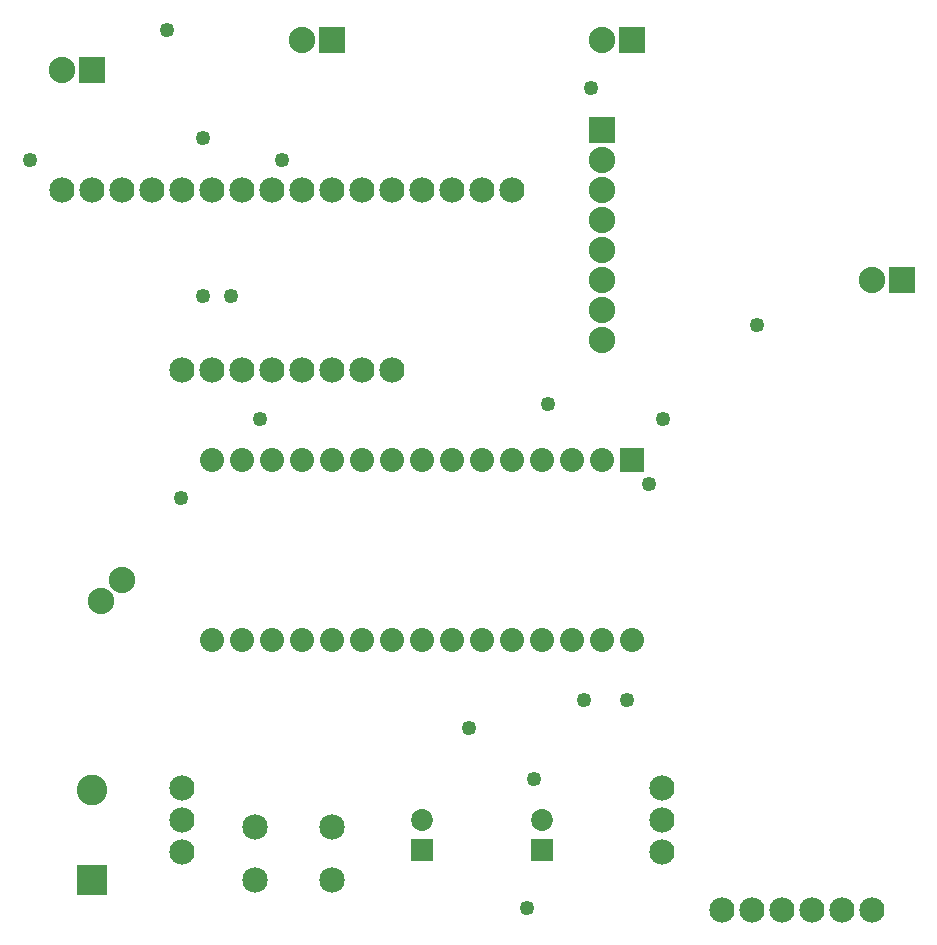
<source format=gbs>
G04 MADE WITH FRITZING*
G04 WWW.FRITZING.ORG*
G04 DOUBLE SIDED*
G04 HOLES PLATED*
G04 CONTOUR ON CENTER OF CONTOUR VECTOR*
%ASAXBY*%
%FSLAX23Y23*%
%MOIN*%
%OFA0B0*%
%SFA1.0B1.0*%
%ADD10C,0.072992*%
%ADD11C,0.085000*%
%ADD12C,0.102000*%
%ADD13C,0.088000*%
%ADD14C,0.084000*%
%ADD15C,0.080000*%
%ADD16C,0.049370*%
%ADD17R,0.072992X0.072992*%
%ADD18R,0.102000X0.102000*%
%ADD19R,0.088000X0.088000*%
%ADD20R,0.080000X0.079972*%
%ADD21C,0.030000*%
%LNMASK0*%
G90*
G70*
G54D10*
X1366Y355D03*
X1366Y453D03*
X1766Y355D03*
X1766Y453D03*
G54D11*
X810Y432D03*
X1066Y432D03*
X810Y255D03*
X1066Y255D03*
G54D12*
X266Y255D03*
X266Y555D03*
G54D13*
X2966Y2255D03*
X2866Y2255D03*
X2066Y3055D03*
X1966Y3055D03*
X1066Y3055D03*
X966Y3055D03*
X266Y2955D03*
X166Y2955D03*
X366Y1255D03*
X296Y1184D03*
G54D14*
X166Y2555D03*
X266Y2555D03*
X366Y2555D03*
X466Y2555D03*
X566Y2555D03*
X666Y2555D03*
X766Y2555D03*
X866Y2555D03*
X966Y2555D03*
X1066Y2555D03*
X1166Y2555D03*
X1266Y2555D03*
X1366Y2555D03*
X1466Y2555D03*
X1566Y2555D03*
X1666Y2555D03*
X566Y1955D03*
X666Y1955D03*
X766Y1955D03*
X866Y1955D03*
X966Y1955D03*
X1066Y1955D03*
X1166Y1955D03*
X1266Y1955D03*
G54D13*
X1966Y2755D03*
X1966Y2655D03*
X1966Y2555D03*
X1966Y2455D03*
X1966Y2355D03*
X1966Y2255D03*
X1966Y2155D03*
X1966Y2055D03*
G54D14*
X2866Y155D03*
X2766Y155D03*
X2666Y155D03*
X2566Y155D03*
X2466Y155D03*
X2366Y155D03*
G54D15*
X2066Y1655D03*
X1966Y1655D03*
X1866Y1655D03*
X1766Y1655D03*
X1666Y1655D03*
X1566Y1655D03*
X1466Y1655D03*
X1366Y1655D03*
X1266Y1655D03*
X1166Y1655D03*
X1066Y1655D03*
X966Y1655D03*
X866Y1655D03*
X766Y1655D03*
X666Y1655D03*
X2066Y1055D03*
X1966Y1055D03*
X1866Y1055D03*
X1766Y1055D03*
X1666Y1055D03*
X1566Y1055D03*
X1466Y1055D03*
X1366Y1055D03*
X1266Y1055D03*
X1166Y1055D03*
X1066Y1055D03*
X966Y1055D03*
X866Y1055D03*
X766Y1055D03*
X666Y1055D03*
G54D14*
X566Y562D03*
X566Y455D03*
X566Y348D03*
X2166Y348D03*
X2166Y455D03*
X2166Y562D03*
G54D16*
X636Y2728D03*
X1740Y592D03*
X564Y1528D03*
X828Y1792D03*
X1524Y760D03*
X2124Y1576D03*
X2172Y1792D03*
X900Y2656D03*
X1716Y160D03*
X636Y2200D03*
X1908Y856D03*
X1788Y1840D03*
X1932Y2896D03*
X2484Y2104D03*
X60Y2656D03*
X516Y3088D03*
X732Y2200D03*
X2052Y856D03*
G54D17*
X1366Y355D03*
X1766Y355D03*
G54D18*
X266Y255D03*
G54D19*
X2966Y2255D03*
X2066Y3055D03*
X1066Y3055D03*
X266Y2955D03*
X1966Y2755D03*
G54D20*
X2066Y1655D03*
G54D21*
G36*
X407Y1255D02*
X366Y1214D01*
X325Y1255D01*
X366Y1296D01*
X407Y1255D01*
G37*
D02*
G04 End of Mask0*
M02*
</source>
